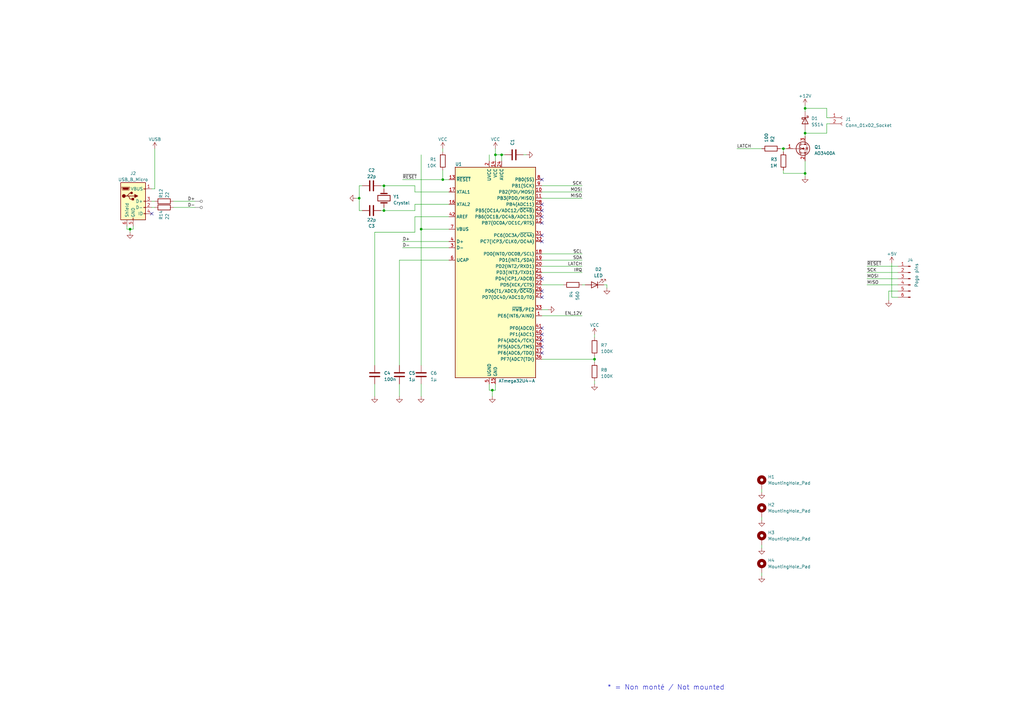
<source format=kicad_sch>
(kicad_sch (version 20231120) (generator "eeschema") (generator_version "8.0")
  (paper "A3")
  (title_block (title "Serrure NFC") (date "2023-03-31") (rev "A") (company "Tesseract"))
  (lib_symbols
    (symbol "Connector:Conn_01x02_Socket" (pin_names (offset 1.016) hide)
      (property "Reference" "J" (at 0 2.54 0))
      (property "Value" "Conn_01x02_Socket" (at 0 -5.08 0))
      (symbol "Conn_01x02_Socket_1_1"
        (pin passive line (at -5.08 0 0) (length 3.81) (name "Pin_1") (number "1"))
        (pin passive line (at -5.08 -2.54 0) (length 3.81) (name "Pin_2") (number "2"))
      )
    )
    (symbol "Connector:Conn_01x06_Pin" (pin_names (offset 1.016) hide)
      (property "Reference" "J" (at 0 7.62 0))
      (property "Value" "Conn_01x06_Pin" (at 0 -10.16 0))
      (symbol "Conn_01x06_Pin_1_1"
        (pin passive line (at 5.08 5.08 180) (length 3.81) (name "Pin_1") (number "1"))
        (pin passive line (at 5.08 2.54 180) (length 3.81) (name "Pin_2") (number "2"))
        (pin passive line (at 5.08 0 180) (length 3.81) (name "Pin_3") (number "3"))
        (pin passive line (at 5.08 -2.54 180) (length 3.81) (name "Pin_4") (number "4"))
        (pin passive line (at 5.08 -5.08 180) (length 3.81) (name "Pin_5") (number "5"))
        (pin passive line (at 5.08 -7.62 180) (length 3.81) (name "Pin_6") (number "6"))
      )
    )
    (symbol "Connector:USB_B_Micro" (pin_names (offset 1.016))
      (property "Reference" "J2" (at 0 11.43 0))
      (property "Value" "USB_B_Micro" (at 0 8.89 0))
      (symbol "USB_B_Micro_1_1"
        (pin power_out line (at 7.62 5.08 180) (length 2.54) (name "VBUS") (number "1"))
        (pin bidirectional line (at 7.62 -2.54 180) (length 2.54) (name "D-") (number "2"))
        (pin bidirectional line (at 7.62 0 180) (length 2.54) (name "D+") (number "3"))
        (pin passive line (at 7.62 -5.08 180) (length 2.54) (name "ID") (number "4"))
        (pin power_out line (at 0 -10.16 90) (length 2.54) (name "GND") (number "5"))
        (pin passive line (at -2.54 -10.16 90) (length 2.54) (name "Shield") (number "6"))
      )
    )
    (symbol "Device:C" (pin_numbers hide) (pin_names (offset 0.254))
      (property "Reference" "C" (at 0.635 2.54 0))
      (property "Value" "C" (at 0.635 -2.54 0))
      (symbol "C_1_1"
        (pin passive line (at 0 3.81 270) (length 2.794) (name "~") (number "1"))
        (pin passive line (at 0 -3.81 90) (length 2.794) (name "~") (number "2"))
      )
    )
    (symbol "Device:Crystal" (pin_numbers hide) (pin_names (offset 1.016) hide)
      (property "Reference" "Y" (at 0 3.81 0))
      (property "Value" "Crystal" (at 0 -3.81 0))
      (symbol "Crystal_1_1"
        (pin passive line (at -3.81 0 0) (length 1.27) (name "1") (number "1"))
        (pin passive line (at 3.81 0 180) (length 1.27) (name "2") (number "2"))
      )
    )
    (symbol "Device:D_Zener" (pin_numbers hide) (pin_names (offset 1.016) hide)
      (property "Reference" "D" (at 0 2.54 0))
      (property "Value" "D_Zener" (at 0 -2.54 0))
      (symbol "D_Zener_1_1"
        (pin passive line (at -3.81 0 0) (length 2.54) (name "K") (number "1"))
        (pin passive line (at 3.81 0 180) (length 2.54) (name "A") (number "2"))
      )
    )
    (symbol "Device:L" (pin_numbers hide) (pin_names (offset 1.016) hide)
      (property "Reference" "L" (at -1.27 0 90))
      (property "Value" "L" (at 1.905 0 90))
      (symbol "L_1_1"
        (pin passive line (at 0 3.81 270) (length 1.27) (name "1") (number "1"))
        (pin passive line (at 0 -3.81 90) (length 1.27) (name "2") (number "2"))
      )
    )
    (symbol "Device:LED" (pin_numbers hide) (pin_names (offset 1.016) hide)
      (property "Reference" "D" (at 0 2.54 0))
      (property "Value" "LED" (at 0 -2.54 0))
      (symbol "LED_1_1"
        (pin passive line (at -3.81 0 0) (length 2.54) (name "K") (number "1"))
        (pin passive line (at 3.81 0 180) (length 2.54) (name "A") (number "2"))
      )
    )
    (symbol "Device:R" (pin_numbers hide) (pin_names (offset 0))
      (property "Reference" "R" (at 2.032 0 90))
      (property "Value" "R" (at 0 0 90))
      (symbol "R_1_1"
        (pin passive line (at 0 3.81 270) (length 1.27) (name "~") (number "1"))
        (pin passive line (at 0 -3.81 90) (length 1.27) (name "~") (number "2"))
      )
    )
    (symbol "Mechanical:MountingHole_Pad" (pin_numbers hide) (pin_names (offset 1.016) hide)
      (property "Reference" "H" (at 0 6.35 0))
      (property "Value" "MountingHole_Pad" (at 0 4.445 0))
      (symbol "MountingHole_Pad_1_1"
        (pin input line (at 0 -2.54 90) (length 2.54) (name "1") (number "1"))
      )
    )
    (symbol "Regulator_Switching:MT3608"
      (property "Reference" "U" (at -2.54 8.89 0))
      (property "Value" "MT3608" (at -3.81 6.35 0))
      (symbol "MT3608_1_1"
        (pin passive line (at 7.62 2.54 180) (length 2.54) (name "SW") (number "1"))
        (pin power_in line (at 0 -7.62 90) (length 2.54) (name "GND") (number "2"))
        (pin input line (at 7.62 -2.54 180) (length 2.54) (name "FB") (number "3"))
        (pin input line (at -7.62 -2.54 0) (length 2.54) (name "EN") (number "4"))
        (pin power_in line (at -7.62 2.54 0) (length 2.54) (name "IN") (number "5"))
        (pin no_connect line (at 5.08 0 180) (length 2.54) hide (name "NC") (number "6"))
      )
    )
    (symbol "Tesseract:18650_holder" (pin_numbers hide)
      (property "Reference" "B" (at 0 6.35 0))
      (property "Value" "18650" (at 0 3.81 0))
      (symbol "18650_holder_1_1"
        (pin bidirectional line (at 8.89 0 180) (length 2.54) (name "+") (number "1"))
        (pin bidirectional line (at -8.89 0 0) (length 2.54) (name "-") (number "2"))
      )
    )
    (symbol "Tesseract:ATmega32U4-A"
      (property "Reference" "U" (at -16.51 44.45 0))
      (property "Value" "ATmega32U4-A" (at 2.54 -44.45 0))
      (symbol "ATmega32U4-A_1_1"
        (pin bidirectional line (at 19.05 -17.78 180) (length 2.54) (name "PE6(INT6/AIN0)") (number "1"))
        (pin bidirectional line (at 19.05 33.02 180) (length 2.54) (name "PB2(PDI/MOSI)") (number "10"))
        (pin bidirectional line (at 19.05 30.48 180) (length 2.54) (name "PB3(PDO/MISO)") (number "11"))
        (pin bidirectional line (at 19.05 20.32 180) (length 2.54) (name "PB7(OC0A/OC1C/RTS)") (number "12"))
        (pin input line (at -19.05 38.1 0) (length 2.54) (name "~{RESET}") (number "13"))
        (pin power_in line (at 0 45.72 270) (length 2.54) (name "VCC") (number "14"))
        (pin power_in line (at 0 -45.72 90) (length 2.54) (name "GND") (number "15"))
        (pin output line (at -19.05 27.94 0) (length 2.54) (name "XTAL2") (number "16"))
        (pin input line (at -19.05 33.02 0) (length 2.54) (name "XTAL1") (number "17"))
        (pin bidirectional line (at 19.05 7.62 180) (length 2.54) (name "PD0(INT0/OC0B/SCL)") (number "18"))
        (pin bidirectional line (at 19.05 5.08 180) (length 2.54) (name "PD1(INT1/SDA)") (number "19"))
        (pin power_in line (at -2.54 45.72 270) (length 2.54) (name "UVCC") (number "2"))
        (pin bidirectional line (at 19.05 2.54 180) (length 2.54) (name "PD2(INT2/RXD1)") (number "20"))
        (pin bidirectional line (at 19.05 0 180) (length 2.54) (name "PD3(INT3/TXD1)") (number "21"))
        (pin bidirectional line (at 19.05 -5.08 180) (length 2.54) (name "PD5(XCK/CTS)") (number "22"))
        (pin passive line (at 0 -45.72 90) (length 2.54) hide (name "GND") (number "23"))
        (pin power_in line (at 2.54 45.72 270) (length 2.54) (name "AVCC") (number "24"))
        (pin bidirectional line (at 19.05 -2.54 180) (length 2.54) (name "PD4(ICP1/ADC8)") (number "25"))
        (pin bidirectional line (at 19.05 -7.62 180) (length 2.54) (name "PD6(T1/ADC9/~{OC4D})") (number "26"))
        (pin bidirectional line (at 19.05 -10.16 180) (length 2.54) (name "PD7(OC4D/ADC10/T0)") (number "27"))
        (pin bidirectional line (at 19.05 27.94 180) (length 2.54) (name "PB4(ADC11)") (number "28"))
        (pin bidirectional line (at 19.05 25.4 180) (length 2.54) (name "PB5(OC1A/ADC12/~{OC4B})") (number "29"))
        (pin bidirectional line (at -19.05 10.16 0) (length 2.54) (name "D-") (number "3"))
        (pin bidirectional line (at 19.05 22.86 180) (length 2.54) (name "PB6(OC1B/OC4B/ADC13)") (number "30"))
        (pin bidirectional line (at 19.05 15.24 180) (length 2.54) (name "PC6(OC3A/~{OC4A})") (number "31"))
        (pin bidirectional line (at 19.05 12.7 180) (length 2.54) (name "PC7(ICP3/CLK0/OC4A)") (number "32"))
        (pin bidirectional line (at 19.05 -15.24 180) (length 2.54) (name "~{HWB}/PE2") (number "33"))
        (pin passive line (at 0 45.72 270) (length 2.54) hide (name "VCC") (number "34"))
        (pin passive line (at 0 -45.72 90) (length 2.54) hide (name "GND") (number "35"))
        (pin bidirectional line (at 19.05 -35.56 180) (length 2.54) (name "PF7(ADC7(TDI)") (number "36"))
        (pin bidirectional line (at 19.05 -33.02 180) (length 2.54) (name "PF6(ADC6/TDO)") (number "37"))
        (pin bidirectional line (at 19.05 -30.48 180) (length 2.54) (name "PF5(ADC5/TMS)") (number "38"))
        (pin bidirectional line (at 19.05 -27.94 180) (length 2.54) (name "PF4(ADC4/TCK)") (number "39"))
        (pin bidirectional line (at -19.05 12.7 0) (length 2.54) (name "D+") (number "4"))
        (pin bidirectional line (at 19.05 -25.4 180) (length 2.54) (name "PF1(ADC1)") (number "40"))
        (pin bidirectional line (at 19.05 -22.86 180) (length 2.54) (name "PF0(ADC0)") (number "41"))
        (pin passive line (at -19.05 22.86 0) (length 2.54) (name "AREF") (number "42"))
        (pin passive line (at 0 -45.72 90) (length 2.54) hide (name "GND") (number "43"))
        (pin passive line (at 2.54 45.72 270) (length 2.54) hide (name "AVCC") (number "44"))
        (pin passive line (at -2.54 -45.72 90) (length 2.54) (name "UGND") (number "5"))
        (pin passive line (at -19.05 5.08 0) (length 2.54) (name "UCAP") (number "6"))
        (pin input line (at -19.05 17.78 0) (length 2.54) (name "VBUS") (number "7"))
        (pin bidirectional line (at 19.05 38.1 180) (length 2.54) (name "PB0(SS)") (number "8"))
        (pin bidirectional line (at 19.05 35.56 180) (length 2.54) (name "PB1(SCK)") (number "9"))
      )
    )
    (symbol "Tesseract:DW01"
      (property "Reference" "U" (at -5.08 6.35 0))
      (property "Value" "DW01" (at -3.81 -6.35 0))
      (symbol "DW01_1_1"
        (pin output line (at 8.89 -3.81 180) (length 2.54) (name "OD") (number "1"))
        (pin input line (at 8.89 0 180) (length 2.54) (name "CS") (number "2"))
        (pin output line (at 8.89 3.81 180) (length 2.54) (name "OC") (number "3"))
        (pin output line (at -8.89 3.81 0) (length 2.54) (name "TD") (number "4"))
        (pin power_in line (at -8.89 0 0) (length 2.54) (name "VCC") (number "5"))
        (pin power_in line (at -8.89 -3.81 0) (length 2.54) (name "GND") (number "6"))
      )
    )
    (symbol "Tesseract:FS8205A" (pin_names hide)
      (property "Reference" "Q" (at 0 -2.54 0))
      (property "Value" "FS8502A" (at 0 -5.08 0))
      (symbol "FS8205A_1_1"
        (pin passive line (at -5.08 0 0) (length 2.54) (name "S1") (number "1"))
        (pin passive line (at 5.08 0 180) (length 2.54) (name "D1") (number "2"))
        (pin input line (at 0 5.08 270) (length 2.54) (name "G1") (number "6"))
      )
      (symbol "FS8205A_2_1"
        (pin passive line (at -5.08 0 0) (length 2.54) (name "S2") (number "3"))
        (pin input line (at 0 5.08 270) (length 2.54) (name "G2") (number "4"))
        (pin passive line (at 5.08 0 180) (length 2.54) (name "D2") (number "5"))
      )
    )
    (symbol "Tesseract:FS8205A_TSSOP8" (pin_names hide)
      (property "Reference" "Q" (at 0 -2.54 0))
      (property "Value" "FS8502A" (at 0 -5.08 0))
      (symbol "FS8205A_TSSOP8_1_1"
        (pin passive line (at 5.08 0 180) (length 2.54) (name "D12") (number "1"))
        (pin passive line (at -5.08 0 0) (length 2.54) (name "S1") (number "2"))
        (pin passive line (at -5.08 -2.54 0) (length 2.54) (name "S1") (number "3"))
        (pin input line (at 0 5.08 270) (length 2.54) (name "G1") (number "4"))
      )
      (symbol "FS8205A_TSSOP8_2_1"
        (pin input line (at 0 5.08 270) (length 2.54) (name "G2") (number "5"))
        (pin passive line (at -5.08 0 0) (length 2.54) (name "S2") (number "6"))
        (pin passive line (at -5.08 -2.54 0) (length 2.54) (name "S1") (number "7"))
        (pin passive line (at 5.08 0 180) (length 2.54) (name "D12") (number "8"))
      )
    )
    (symbol "Tesseract:SW_SPDT" (pin_names (offset 0) hide)
      (property "Reference" "SW" (at 0 6.35 0))
      (property "Value" "SW_SPDT" (at 0 5.08 0))
      (symbol "SW_SPDT_1_1"
        (pin passive line (at 5.08 2.54 180) (length 2.54) (name "A") (number "1"))
        (pin passive line (at -5.08 0 0) (length 2.54) (name "B") (number "2"))
        (pin passive line (at 5.08 -2.54 180) (length 2.54) (name "C") (number "3"))
        (pin passive line (at 0 -6.35 90) (length 2.54) (name "S") (number "4"))
        (pin passive line (at 0 -6.35 90) (length 2.54) hide (name "S") (number "5"))
      )
    )
    (symbol "Tesseract:Schottky_SS1x" (pin_numbers hide) (pin_names hide)
      (property "Reference" "D" (at 0 5.08 0))
      (property "Value" "SS1x" (at 0 2.54 0))
      (symbol "Schottky_SS1x_1_1"
        (pin passive line (at -3.81 0 0) (length 2.54) (name "K") (number "1"))
        (pin passive line (at 3.81 0 180) (length 2.54) (name "A") (number "2"))
      )
    )
    (symbol "Transistor_FET:AO3400A" (pin_names hide)
      (property "Reference" "Q" (at 5.08 1.905 0))
      (property "Value" "AO3400A" (at 5.08 0 0))
      (symbol "AO3400A_1_1"
        (pin input line (at -5.08 0 0) (length 2.54) (name "G") (number "1"))
        (pin passive line (at 2.54 -5.08 90) (length 2.54) (name "S") (number "2"))
        (pin passive line (at 2.54 5.08 270) (length 2.54) (name "D") (number "3"))
      )
    )
    (symbol "Transistor_FET:AO3401A" (pin_names hide)
      (property "Reference" "Q" (at 5.08 1.905 0))
      (property "Value" "AO3401A" (at 5.08 0 0))
      (symbol "AO3401A_1_1"
        (pin input line (at -5.08 0 0) (length 2.54) (name "G") (number "1"))
        (pin passive line (at 2.54 -5.08 90) (length 2.54) (name "S") (number "2"))
        (pin passive line (at 2.54 5.08 270) (length 2.54) (name "D") (number "3"))
      )
    )
    (symbol "power:+12V" (power) (pin_names (offset 0))
      (property "Value" "+12V" (at 0 3.556 0))
      (symbol "+12V_1_1"
        (pin power_in line (at 0 0 90) (length 0) hide (name "+12V") (number "1"))
      )
    )
    (symbol "power:+5V" (power) (pin_names (offset 0))
      (property "Value" "+5V" (at 0 3.556 0))
      (symbol "+5V_1_1"
        (pin power_in line (at 0 0 90) (length 0) hide (name "+5V") (number "1"))
      )
    )
    (symbol "power:GND" (power) (pin_names (offset 0))
      (property "Value" "GND" (at 0 -3.81 0))
      (symbol "GND_1_1"
        (pin power_in line (at 0 0 270) (length 0) hide (name "GND") (number "1"))
      )
    )
    (symbol "power:VCC" (power) (pin_names (offset 0))
      (property "Value" "VCC" (at 0 3.81 0))
      (symbol "VCC_1_1"
        (pin power_in line (at 0 0 90) (length 0) hide (name "VCC") (number "1"))
      )
    )
  )
  (junction (at 243.84 147.32))
  (junction (at 138.43 346.71))
  (junction (at 330.2 44.45))
  (junction (at 119.38 327.66))
  (junction (at 123.19 327.66))
  (junction (at 172.72 93.98))
  (junction (at 138.43 327.66))
  (junction (at 330.2 71.12))
  (junction (at 189.23 306.07))
  (junction (at 163.83 327.66))
  (junction (at 219.71 306.07))
  (junction (at 201.93 160.02))
  (junction (at 157.48 76.2))
  (junction (at 162.56 346.71))
  (junction (at 181.61 73.66))
  (junction (at 227.33 306.07))
  (junction (at 157.48 86.36))
  (junction (at 104.14 306.07))
  (junction (at 53.34 93.98))
  (junction (at 203.2 63.5))
  (junction (at 147.32 81.28))
  (junction (at 119.38 314.96))
  (junction (at 92.71 306.07))
  (junction (at 330.2 54.61))
  (junction (at 144.78 321.31))
  (junction (at 162.56 327.66))
  (junction (at 207.01 306.07))
  (junction (at 156.21 321.31))
  (junction (at 171.45 306.07))
  (junction (at 205.74 63.5))
  (junction (at 321.31 60.96))
  (junction (at 86.36 316.23))
  (junction (at 219.71 320.04))
  (no_connect (at 222.25 91.44))
  (no_connect (at 222.25 142.24))
  (no_connect (at 222.25 88.9))
  (no_connect (at 222.25 73.66))
  (no_connect (at 124.46 311.15))
  (no_connect (at 222.25 137.16))
  (no_connect (at 66.04 303.53))
  (no_connect (at 222.25 86.36))
  (no_connect (at 222.25 99.06))
  (no_connect (at 222.25 134.62))
  (no_connect (at 62.23 87.63))
  (no_connect (at 222.25 121.92))
  (no_connect (at 222.25 96.52))
  (no_connect (at 222.25 114.3))
  (no_connect (at 222.25 139.7))
  (no_connect (at 222.25 144.78))
  (no_connect (at 222.25 119.38))
  (no_connect (at 222.25 83.82))
  (wire (pts (xy 184.15 106.68) (xy 163.83 106.68)))
  (wire (pts (xy 240.03 116.84) (xy 238.76 116.84)))
  (wire (pts (xy 163.83 330.2) (xy 163.83 327.66)))
  (wire (pts (xy 162.56 346.71) (xy 161.29 346.71)))
  (wire (pts (xy 321.31 69.85) (xy 321.31 71.12)))
  (wire (pts (xy 219.71 321.31) (xy 219.71 320.04)))
  (wire (pts (xy 302.26 60.96) (xy 312.42 60.96)))
  (wire (pts (xy 190.5 320.04) (xy 181.61 320.04)))
  (wire (pts (xy 138.43 349.25) (xy 138.43 346.71)))
  (wire (pts (xy 339.09 48.26) (xy 340.36 48.26)))
  (wire (pts (xy 219.71 320.04) (xy 205.74 320.04)))
  (wire (pts (xy 172.72 157.48) (xy 172.72 162.56)))
  (wire (pts (xy 149.86 346.71) (xy 151.13 346.71)))
  (wire (pts (xy 163.83 314.96) (xy 163.83 327.66)))
  (wire (pts (xy 52.07 92.71) (xy 52.07 93.98)))
  (wire (pts (xy 138.43 327.66) (xy 138.43 346.71)))
  (wire (pts (xy 355.6 114.3) (xy 368.3 114.3)))
  (wire (pts (xy 203.2 60.96) (xy 203.2 63.5)))
  (wire (pts (xy 330.2 44.45) (xy 330.2 45.72)))
  (wire (pts (xy 200.66 157.48) (xy 200.66 160.02)))
  (wire (pts (xy 71.12 85.09) (xy 80.01 85.09)))
  (wire (pts (xy 181.61 60.96) (xy 181.61 62.23)))
  (wire (pts (xy 181.61 69.85) (xy 181.61 73.66)))
  (wire (pts (xy 203.2 63.5) (xy 203.2 66.04)))
  (wire (pts (xy 147.32 76.2) (xy 147.32 81.28)))
  (wire (pts (xy 171.45 313.69) (xy 171.45 306.07)))
  (wire (pts (xy 222.25 109.22) (xy 238.76 109.22)))
  (wire (pts (xy 71.12 313.69) (xy 71.12 312.42)))
  (wire (pts (xy 156.21 321.31) (xy 156.21 322.58)))
  (wire (pts (xy 200.66 63.5) (xy 200.66 66.04)))
  (wire (pts (xy 172.72 63.5) (xy 172.72 93.98)))
  (wire (pts (xy 147.32 81.28) (xy 147.32 86.36)))
  (wire (pts (xy 227.33 306.07) (xy 227.33 313.69)))
  (wire (pts (xy 312.42 236.22) (xy 312.42 234.95)))
  (wire (pts (xy 151.13 314.96) (xy 163.83 314.96)))
  (wire (pts (xy 165.1 101.6) (xy 184.15 101.6)))
  (wire (pts (xy 157.48 76.2) (xy 157.48 77.47)))
  (wire (pts (xy 148.59 334.01) (xy 148.59 321.31)))
  (wire (pts (xy 330.2 43.18) (xy 330.2 44.45)))
  (wire (pts (xy 339.09 50.8) (xy 340.36 50.8)))
  (wire (pts (xy 144.78 321.31) (xy 144.78 322.58)))
  (wire (pts (xy 355.6 111.76) (xy 368.3 111.76)))
  (wire (pts (xy 321.31 60.96) (xy 321.31 62.23)))
  (wire (pts (xy 203.2 157.48) (xy 203.2 160.02)))
  (wire (pts (xy 86.36 316.23) (xy 86.36 313.69)))
  (wire (pts (xy 215.9 306.07) (xy 219.71 306.07)))
  (wire (pts (xy 76.2 306.07) (xy 81.28 306.07)))
  (wire (pts (xy 157.48 86.36) (xy 170.18 86.36)))
  (wire (pts (xy 147.32 86.36) (xy 148.59 86.36)))
  (wire (pts (xy 330.2 44.45) (xy 339.09 44.45)))
  (wire (pts (xy 123.19 327.66) (xy 123.19 318.77)))
  (wire (pts (xy 86.36 326.39) (xy 86.36 327.66)))
  (wire (pts (xy 172.72 93.98) (xy 172.72 149.86)))
  (wire (pts (xy 312.42 213.36) (xy 312.42 212.09)))
  (wire (pts (xy 219.71 306.07) (xy 227.33 306.07)))
  (wire (pts (xy 86.36 327.66) (xy 119.38 327.66)))
  (wire (pts (xy 222.25 129.54) (xy 238.76 129.54)))
  (wire (pts (xy 119.38 327.66) (xy 123.19 327.66)))
  (wire (pts (xy 200.66 160.02) (xy 201.93 160.02)))
  (wire (pts (xy 171.45 304.8) (xy 171.45 306.07)))
  (wire (pts (xy 222.25 104.14) (xy 238.76 104.14)))
  (wire (pts (xy 312.42 224.79) (xy 312.42 223.52)))
  (wire (pts (xy 153.67 95.25) (xy 153.67 149.86)))
  (wire (pts (xy 165.1 99.06) (xy 184.15 99.06)))
  (wire (pts (xy 138.43 327.66) (xy 123.19 327.66)))
  (wire (pts (xy 194.31 306.07) (xy 189.23 306.07)))
  (wire (pts (xy 71.12 82.55) (xy 80.01 82.55)))
  (wire (pts (xy 207.01 314.96) (xy 207.01 306.07)))
  (wire (pts (xy 92.71 306.07) (xy 104.14 306.07)))
  (wire (pts (xy 201.93 306.07) (xy 207.01 306.07)))
  (wire (pts (xy 119.38 325.12) (xy 119.38 327.66)))
  (wire (pts (xy 339.09 48.26) (xy 339.09 44.45)))
  (wire (pts (xy 170.18 86.36) (xy 170.18 83.82)))
  (wire (pts (xy 321.31 71.12) (xy 330.2 71.12)))
  (wire (pts (xy 63.5 331.47) (xy 63.5 327.66)))
  (wire (pts (xy 243.84 147.32) (xy 243.84 148.59)))
  (wire (pts (xy 157.48 76.2) (xy 170.18 76.2)))
  (wire (pts (xy 104.14 306.07) (xy 171.45 306.07)))
  (wire (pts (xy 170.18 78.74) (xy 170.18 76.2)))
  (wire (pts (xy 248.92 116.84) (xy 248.92 118.11)))
  (wire (pts (xy 247.65 116.84) (xy 248.92 116.84)))
  (wire (pts (xy 201.93 160.02) (xy 201.93 162.56)))
  (wire (pts (xy 161.29 349.25) (xy 162.56 349.25)))
  (wire (pts (xy 156.21 76.2) (xy 157.48 76.2)))
  (wire (pts (xy 54.61 93.98) (xy 53.34 93.98)))
  (wire (pts (xy 105.41 314.96) (xy 104.14 314.96)))
  (wire (pts (xy 203.2 160.02) (xy 201.93 160.02)))
  (wire (pts (xy 222.25 106.68) (xy 238.76 106.68)))
  (wire (pts (xy 184.15 78.74) (xy 170.18 78.74)))
  (wire (pts (xy 149.86 327.66) (xy 151.13 327.66)))
  (wire (pts (xy 227.33 304.8) (xy 227.33 306.07)))
  (wire (pts (xy 153.67 162.56) (xy 153.67 157.48)))
  (wire (pts (xy 339.09 50.8) (xy 339.09 54.61)))
  (wire (pts (xy 205.74 63.5) (xy 203.2 63.5)))
  (wire (pts (xy 171.45 321.31) (xy 171.45 330.2)))
  (wire (pts (xy 92.71 306.07) (xy 92.71 307.34)))
  (wire (pts (xy 224.79 127) (xy 222.25 127)))
  (wire (pts (xy 92.71 314.96) (xy 92.71 316.23)))
  (wire (pts (xy 184.15 88.9) (xy 170.18 88.9)))
  (wire (pts (xy 365.76 121.92) (xy 368.3 121.92)))
  (wire (pts (xy 62.23 85.09) (xy 63.5 85.09)))
  (wire (pts (xy 219.71 328.93) (xy 219.71 330.2)))
  (wire (pts (xy 219.71 318.77) (xy 219.71 320.04)))
  (wire (pts (xy 138.43 346.71) (xy 139.7 346.71)))
  (wire (pts (xy 170.18 83.82) (xy 184.15 83.82)))
  (wire (pts (xy 62.23 82.55) (xy 63.5 82.55)))
  (wire (pts (xy 124.46 314.96) (xy 119.38 314.96)))
  (wire (pts (xy 320.04 60.96) (xy 321.31 60.96)))
  (wire (pts (xy 161.29 327.66) (xy 162.56 327.66)))
  (wire (pts (xy 139.7 327.66) (xy 138.43 327.66)))
  (wire (pts (xy 198.12 330.2) (xy 198.12 325.12)))
  (wire (pts (xy 52.07 93.98) (xy 53.34 93.98)))
  (wire (pts (xy 152.4 321.31) (xy 156.21 321.31)))
  (wire (pts (xy 222.25 78.74) (xy 238.76 78.74)))
  (wire (pts (xy 139.7 349.25) (xy 138.43 349.25)))
  (wire (pts (xy 171.45 306.07) (xy 189.23 306.07)))
  (wire (pts (xy 144.78 334.01) (xy 148.59 334.01)))
  (wire (pts (xy 86.36 316.23) (xy 92.71 316.23)))
  (wire (pts (xy 170.18 95.25) (xy 153.67 95.25)))
  (wire (pts (xy 355.6 116.84) (xy 368.3 116.84)))
  (wire (pts (xy 63.5 308.61) (xy 66.04 308.61)))
  (wire (pts (xy 162.56 327.66) (xy 162.56 346.71)))
  (wire (pts (xy 113.03 314.96) (xy 119.38 314.96)))
  (wire (pts (xy 243.84 137.16) (xy 243.84 138.43)))
  (wire (pts (xy 189.23 314.96) (xy 190.5 314.96)))
  (wire (pts (xy 364.49 119.38) (xy 364.49 123.19)))
  (wire (pts (xy 91.44 306.07) (xy 92.71 306.07)))
  (wire (pts (xy 123.19 318.77) (xy 124.46 318.77)))
  (wire (pts (xy 205.74 66.04) (xy 205.74 63.5)))
  (wire (pts (xy 243.84 146.05) (xy 243.84 147.32)))
  (wire (pts (xy 104.14 314.96) (xy 104.14 306.07)))
  (wire (pts (xy 146.05 81.28) (xy 147.32 81.28)))
  (wire (pts (xy 144.78 341.63) (xy 144.78 334.01)))
  (wire (pts (xy 368.3 119.38) (xy 364.49 119.38)))
  (wire (pts (xy 148.59 76.2) (xy 147.32 76.2)))
  (wire (pts (xy 163.83 106.68) (xy 163.83 149.86)))
  (wire (pts (xy 222.25 111.76) (xy 238.76 111.76)))
  (wire (pts (xy 330.2 54.61) (xy 330.2 55.88)))
  (wire (pts (xy 243.84 157.48) (xy 243.84 156.21)))
  (wire (pts (xy 152.4 321.31) (xy 152.4 335.28)))
  (wire (pts (xy 156.21 311.15) (xy 156.21 321.31)))
  (wire (pts (xy 142.24 311.15) (xy 156.21 311.15)))
  (wire (pts (xy 207.01 306.07) (xy 208.28 306.07)))
  (wire (pts (xy 330.2 66.04) (xy 330.2 71.12)))
  (wire (pts (xy 170.18 88.9) (xy 170.18 95.25)))
  (wire (pts (xy 53.34 93.98) (xy 53.34 95.25)))
  (wire (pts (xy 143.51 314.96) (xy 142.24 314.96)))
  (wire (pts (xy 355.6 109.22) (xy 368.3 109.22)))
  (wire (pts (xy 205.74 63.5) (xy 207.01 63.5)))
  (wire (pts (xy 157.48 86.36) (xy 157.48 85.09)))
  (wire (pts (xy 205.74 314.96) (xy 207.01 314.96)))
  (wire (pts (xy 142.24 318.77) (xy 144.78 318.77)))
  (wire (pts (xy 156.21 341.63) (xy 156.21 335.28)))
  (wire (pts (xy 227.33 321.31) (xy 227.33 330.2)))
  (wire (pts (xy 222.25 147.32) (xy 243.84 147.32)))
  (wire (pts (xy 330.2 54.61) (xy 339.09 54.61)))
  (wire (pts (xy 189.23 306.07) (xy 189.23 314.96)))
  (wire (pts (xy 156.21 86.36) (xy 157.48 86.36)))
  (wire (pts (xy 222.25 76.2) (xy 238.76 76.2)))
  (wire (pts (xy 54.61 92.71) (xy 54.61 93.98)))
  (wire (pts (xy 162.56 349.25) (xy 162.56 346.71)))
  (wire (pts (xy 330.2 71.12) (xy 330.2 72.39)))
  (wire (pts (xy 181.61 73.66) (xy 184.15 73.66)))
  (wire (pts (xy 165.1 73.66) (xy 181.61 73.66)))
  (wire (pts (xy 322.58 60.96) (xy 321.31 60.96)))
  (wire (pts (xy 156.21 335.28) (xy 152.4 335.28)))
  (wire (pts (xy 312.42 201.93) (xy 312.42 200.66)))
  (wire (pts (xy 365.76 107.95) (xy 365.76 121.92)))
  (wire (pts (xy 144.78 318.77) (xy 144.78 321.31)))
  (wire (pts (xy 63.5 60.96) (xy 63.5 77.47)))
  (wire (pts (xy 163.83 162.56) (xy 163.83 157.48)))
  (wire (pts (xy 119.38 314.96) (xy 119.38 317.5)))
  (wire (pts (xy 172.72 93.98) (xy 184.15 93.98)))
  (wire (pts (xy 222.25 81.28) (xy 238.76 81.28)))
  (wire (pts (xy 148.59 321.31) (xy 144.78 321.31)))
  (wire (pts (xy 219.71 306.07) (xy 219.71 311.15)))
  (wire (pts (xy 162.56 327.66) (xy 163.83 327.66)))
  (wire (pts (xy 63.5 308.61) (xy 63.5 309.88)))
  (wire (pts (xy 222.25 116.84) (xy 231.14 116.84)))
  (wire (pts (xy 63.5 77.47) (xy 62.23 77.47)))
  (wire (pts (xy 86.36 316.23) (xy 86.36 318.77)))
  (wire (pts (xy 215.9 63.5) (xy 214.63 63.5)))
  (wire (pts (xy 330.2 53.34) (xy 330.2 54.61)))
  (text "400mA max\n" (at 231.14 302.26 0) (effects (font (size 1.27 1.27)) (justify left bottom)))
  (text "Vout = 0,6*(1+(R2/R3))\nVout = 11.31V" (at 209.55 341.63 0) (effects (font (size 1.27 1.27)) (justify left bottom)))
  (text "* = Non monté / Not mounted" (at 297.18 283.21 0) (effects (font (size 2 2)) (justify right bottom)))
  (label "EN_12V" (at 238.76 129.54 180))
  (label "D-" (at 80.01 85.09 180))
  (label "D-" (at 165.1 101.6 0))
  (label "MOSI" (at 355.6 114.3 0))
  (label "LATCH" (at 238.76 109.22 180))
  (label "EN_12V" (at 181.61 320.04 0))
  (label "SCK" (at 355.6 111.76 0))
  (label "MOSI" (at 238.76 78.74 180))
  (label "MISO" (at 238.76 81.28 180))
  (label "SDA" (at 238.76 106.68 180))
  (label "~{RESET}" (at 355.6 109.22 0))
  (label "D+" (at 80.01 82.55 180))
  (label "MISO" (at 355.6 116.84 0))
  (label "LATCH" (at 302.26 60.96 0))
  (label "~{RESET}" (at 165.1 73.66 0))
  (label "SCL" (at 238.76 104.14 180))
  (label "IRQ" (at 238.76 111.76 180))
  (label "D+" (at 165.1 99.06 0))
  (label "SCK" (at 238.76 76.2 180))
  (netclass_flag "" (length 2.54) (shape round) (at 80.01 85.09 270))
  (netclass_flag "" (length 2.54) (shape round) (at 80.01 82.55 270))
  (symbol (lib_id "Device:C") (at 119.38 321.31 0) (mirror y) (unit 1)
    (property "Reference" "C9" (at 115.57 320.675 0) (effects (justify left)))
    (property "Value" "22µ" (at 115.57 323.215 0) (effects (justify left)))
    (property "Footprint" "Capacitor_SMD:C_1206_3216Metric" (effects (hide yes)))
  )
  (symbol (lib_id "Device:C") (at 172.72 153.67 0) (unit 1)
    (property "Reference" "C6" (at 176.53 153.035 0) (effects (justify left)))
    (property "Value" "1µ" (at 176.53 155.575 0) (effects (justify left)))
    (property "Footprint" "Capacitor_SMD:C_1206_3216Metric" (effects (hide yes)))
  )
  (symbol (lib_id "Device:L") (at 198.12 306.07 90) (unit 1)
    (property "Reference" "L1" (at 198.12 300.99 90))
    (property "Value" "22µ" (at 198.12 303.53 90))
    (property "Footprint" "TESSERACT:L_06030_7.3x_H3.5" (effects (hide yes)))
  )
  (symbol (lib_id "Transistor_FET:AO3400A") (at 327.66 60.96 0) (unit 1)
    (property "Reference" "Q1" (at 334.01 60.325 0) (effects (justify left)))
    (property "Value" "AO3400A" (at 334.01 62.865 0) (effects (justify left)))
    (property "Footprint" "Package_TO_SOT_SMD:SOT-23" (effects (hide yes)))
    (property "Datasheet" "http://www.aosmd.com/pdfs/datasheet/AO3400A.pdf" (effects (hide yes)))
  )
  (symbol (lib_id "Device:R") (at 234.95 116.84 90) (mirror x) (unit 1)
    (property "Reference" "R4" (at 234.315 119.38 0) (effects (justify left)))
    (property "Value" "560" (at 236.855 119.38 0) (effects (justify left)))
    (property "Footprint" "Resistor_SMD:R_1206_3216Metric" (effects (hide yes)))
  )
  (symbol (lib_id "Tesseract:FS8205A") (at 144.78 327.66 0) (unit 1)
    (property "Reference" "Q4" (at 144.78 331.47 0))
    (property "Value" "FS8502A" (at 144.78 334.01 0))
    (property "Footprint" "Package_SO:TSOP-6_1.65x3.05mm_P0.95mm" (effects (hide yes)))
    (property "Datasheet" "https://datasheet.lcsc.com/szlcsc/2010271837_FUXINSEMI-FS8205A_C908265.pdf" (effects (hide yes)))
  )
  (symbol (lib_id "Tesseract:Schottky_SS1x") (at 212.09 306.07 180) (unit 1)
    (property "Reference" "D3" (at 212.4075 300.99 0))
    (property "Value" "SS14" (at 212.4075 303.53 0))
    (property "Footprint" "Diode_SMD:D_SMA" (effects (hide yes)))
    (property "Datasheet" "https://www.mouser.fr/datasheet/2/308/SS19_D-1814846.pdf" (effects (hide yes)))
  )
  (symbol (lib_id "Tesseract:SW_SPDT") (at 71.12 306.07 0) (mirror y) (unit 1)
    (property "Reference" "SW1" (at 71.12 298.45 0))
    (property "Value" "SW_SPDT" (at 71.12 300.99 0))
    (property "Footprint" "TESSERACT:switch_slider_90deg" (effects (hide yes)))
  )
  (symbol (lib_id "power:GND") (at 243.84 157.48 0) (unit 1)
    (property "Reference" "#PWR019" (effects (hide yes)))
    (property "Value" "GND" (effects (hide yes)))
  )
  (symbol (lib_id "Tesseract:FS8205A_TSSOP8") (at 144.78 346.71 0) (unit 1)
    (property "Reference" "Q3" (at 144.78 350.52 0))
    (property "Value" "FS8205A" (at 144.78 353.06 0))
    (property "Footprint" "Package_SO:TSSOP-8_4.4x3mm_P0.65mm" (effects (hide yes)))
    (property "Datasheet" "https://datasheet.lcsc.com/szlcsc/2010271837_FUXINSEMI-FS8205A_C908265.pdf" (effects (hide yes)))
  )
  (symbol (lib_id "power:VCC") (at 171.45 304.8 0) (unit 1)
    (property "Reference" "#PWR026" (effects (hide yes)))
    (property "Value" "VCC" (at 171.45 300.99 0))
  )
  (symbol (lib_id "power:VCC") (at 203.2 60.96 0) (unit 1)
    (property "Reference" "#PWR02" (effects (hide yes)))
    (property "Value" "VCC" (at 203.2 57.15 0))
  )
  (symbol (lib_id "Device:C") (at 227.33 317.5 0) (unit 1)
    (property "Reference" "C8" (at 231.14 316.865 0) (effects (justify left)))
    (property "Value" "22µ" (at 231.14 319.405 0) (effects (justify left)))
    (property "Footprint" "Capacitor_SMD:C_1206_3216Metric" (effects (hide yes)))
  )
  (symbol (lib_id "Tesseract:ATmega32U4-A") (at 203.2 111.76 0) (unit 1)
    (property "Reference" "U1" (at 186.69 67.31 0) (effects (justify left)))
    (property "Value" "ATmega32U4-A" (at 204.47 156.21 0) (effects (justify left)))
    (property "Footprint" "Package_QFP:TQFP-44_10x10mm_P0.8mm" (effects (hide yes)))
    (property "Datasheet" "http://ww1.microchip.com/downloads/en/DeviceDoc/Atmel-7766-8-bit-AVR-ATmega16U4-32U4_Datasheet.pdf" (effects (hide yes)))
  )
  (symbol (lib_id "Tesseract:DW01") (at 133.35 314.96 0) (unit 1)
    (property "Reference" "U2" (at 133.35 308.61 0))
    (property "Value" "DW01" (at 133.35 321.31 0))
    (property "Footprint" "Package_SO:TSOP-6_1.65x3.05mm_P0.95mm" (effects (hide yes)))
    (property "Datasheet" "https://cdn.sparkfun.com/assets/learn_tutorials/2/5/1/DW01-P_DataSheet_V10.pdf" (effects (hide yes)))
  )
  (symbol (lib_id "power:GND") (at 198.12 330.2 0) (unit 1)
    (property "Reference" "#PWR030" (effects (hide yes)))
    (property "Value" "GND" (effects (hide yes)))
  )
  (symbol (lib_id "power:GND") (at 312.42 213.36 0) (unit 1)
    (property "Reference" "#PWR033" (effects (hide yes)))
    (property "Value" "GND" (effects (hide yes)))
  )
  (symbol (lib_id "Tesseract:FS8205A_TSSOP8") (at 156.21 346.71 0) (mirror y) (unit 2)
    (property "Reference" "Q3" (at 156.21 350.52 0))
    (property "Value" "FS8205A" (at 156.21 353.06 0))
    (property "Footprint" "Package_TO_SOT_SMD:SOT-23-6_Handsoldering" (effects (hide yes)))
    (property "Datasheet" "https://datasheet.lcsc.com/szlcsc/2010271837_FUXINSEMI-FS8205A_C908265.pdf" (effects (hide yes)))
  )
  (symbol (lib_id "power:GND") (at 364.49 123.19 0) (unit 1)
    (property "Reference" "#PWR020" (effects (hide yes)))
    (property "Value" "GND" (effects (hide yes)))
  )
  (symbol (lib_id "power:GND") (at 153.67 162.56 0) (unit 1)
    (property "Reference" "#PWR021" (effects (hide yes)))
    (property "Value" "GND" (effects (hide yes)))
  )
  (symbol (lib_id "power:GND") (at 146.05 81.28 270) (unit 1)
    (property "Reference" "#PWR07" (effects (hide yes)))
    (property "Value" "GND" (effects (hide yes)))
  )
  (symbol (lib_id "power:GND") (at 53.34 95.25 0) (unit 1)
    (property "Reference" "#PWR013" (effects (hide yes)))
    (property "Value" "GND" (effects (hide yes)))
  )
  (symbol (lib_id "Device:R") (at 109.22 314.96 90) (mirror x) (unit 1)
    (property "Reference" "R9" (at 108.585 317.5 0) (effects (justify left)))
    (property "Value" "100" (at 111.125 317.5 0) (effects (justify left)))
    (property "Footprint" "Resistor_SMD:R_1206_3216Metric" (effects (hide yes)))
  )
  (symbol (lib_id "Device:C") (at 163.83 153.67 0) (unit 1)
    (property "Reference" "C5" (at 167.64 153.035 0) (effects (justify left)))
    (property "Value" "1µ" (at 167.64 155.575 0) (effects (justify left)))
    (property "Footprint" "Capacitor_SMD:C_1206_3216Metric" (effects (hide yes)))
  )
  (symbol (lib_id "power:+5V") (at 365.76 107.95 0) (unit 1)
    (property "Reference" "#PWR017" (effects (hide yes)))
    (property "Value" "+5V" (at 365.76 104.14 0))
  )
  (symbol (lib_id "Tesseract:18650_holder") (at 63.5 318.77 90) (unit 1)
    (property "Reference" "B1" (at 67.31 318.135 90) (effects (justify right)))
    (property "Value" "18650" (at 67.31 320.675 90) (effects (justify right)))
    (property "Footprint" "TESSERACT:18650_Th_Holder" (effects (hide yes)))
    (property "Datasheet" "https://www.aliexpress.com/item/33038284120.html" (effects (hide yes)))
  )
  (symbol (lib_id "Device:Crystal") (at 157.48 81.28 90) (unit 1)
    (property "Reference" "Y1" (at 161.29 80.645 90) (effects (justify right)))
    (property "Value" "Crystal" (at 161.29 83.185 90) (effects (justify right)))
    (property "Footprint" "Crystal:Crystal_SMD_HC49-SD" (effects (hide yes)))
  )
  (symbol (lib_id "power:GND") (at 312.42 201.93 0) (unit 1)
    (property "Reference" "#PWR025" (effects (hide yes)))
    (property "Value" "GND" (effects (hide yes)))
  )
  (symbol (lib_id "Device:R") (at 181.61 66.04 0) (mirror y) (unit 1)
    (property "Reference" "R1" (at 179.07 65.405 0) (effects (justify left)))
    (property "Value" "10K" (at 179.07 67.945 0) (effects (justify left)))
    (property "Footprint" "Resistor_SMD:R_1206_3216Metric" (effects (hide yes)))
  )
  (symbol (lib_id "power:GND") (at 172.72 162.56 0) (unit 1)
    (property "Reference" "#PWR023" (effects (hide yes)))
    (property "Value" "GND" (effects (hide yes)))
  )
  (symbol (lib_id "Device:C") (at 153.67 153.67 0) (unit 1)
    (property "Reference" "C4" (at 157.48 153.035 0) (effects (justify left)))
    (property "Value" "100n" (at 157.48 155.575 0) (effects (justify left)))
    (property "Footprint" "Capacitor_SMD:C_1206_3216Metric" (effects (hide yes)))
  )
  (symbol (lib_id "power:GND") (at 163.83 162.56 0) (unit 1)
    (property "Reference" "#PWR022" (effects (hide yes)))
    (property "Value" "GND" (effects (hide yes)))
  )
  (symbol (lib_id "power:GND") (at 312.42 236.22 0) (unit 1)
    (property "Reference" "#PWR035" (effects (hide yes)))
    (property "Value" "GND" (effects (hide yes)))
  )
  (symbol (lib_id "power:GND") (at 171.45 330.2 0) (unit 1)
    (property "Reference" "#PWR029" (effects (hide yes)))
    (property "Value" "GND" (effects (hide yes)))
  )
  (symbol (lib_id "Device:R") (at 316.23 60.96 270) (mirror x) (unit 1)
    (property "Reference" "R2" (at 316.865 58.42 0) (effects (justify left)))
    (property "Value" "100" (at 314.325 58.42 0) (effects (justify left)))
    (property "Footprint" "Resistor_SMD:R_1206_3216Metric" (effects (hide yes)))
  )
  (symbol (lib_id "power:GND") (at 63.5 331.47 0) (unit 1)
    (property "Reference" "#PWR036" (effects (hide yes)))
    (property "Value" "GND" (effects (hide yes)))
  )
  (symbol (lib_id "Mechanical:MountingHole_Pad") (at 312.42 232.41 0) (unit 1)
    (property "Reference" "H4" (at 314.96 229.87 0) (effects (justify left)))
    (property "Value" "MountingHole_Pad" (at 314.96 232.41 0) (effects (justify left)))
    (property "Footprint" "MountingHole:MountingHole_3.2mm_M3_Pad_TopBottom" (effects (hide yes)))
  )
  (symbol (lib_id "power:GND") (at 215.9 63.5 90) (unit 1)
    (property "Reference" "#PWR05" (effects (hide yes)))
    (property "Value" "GND" (effects (hide yes)))
  )
  (symbol (lib_id "Device:R") (at 86.36 322.58 0) (unit 1)
    (property "Reference" "R13" (at 88.9 321.945 0) (effects (justify left)))
    (property "Value" "100K" (at 88.9 324.485 0) (effects (justify left)))
    (property "Footprint" "Resistor_SMD:R_1206_3216Metric" (effects (hide yes)))
  )
  (symbol (lib_id "power:GND") (at 219.71 330.2 0) (unit 1)
    (property "Reference" "#PWR031" (effects (hide yes)))
    (property "Value" "GND" (effects (hide yes)))
  )
  (symbol (lib_id "power:+12V") (at 330.2 43.18 0) (unit 1)
    (property "Reference" "#PWR06" (effects (hide yes)))
    (property "Value" "+12V" (at 330.2 39.37 0))
  )
  (symbol (lib_id "Device:C") (at 152.4 86.36 90) (mirror x) (unit 1)
    (property "Reference" "C3" (at 152.4 92.71 90))
    (property "Value" "22p" (at 152.4 90.17 90))
    (property "Footprint" "Capacitor_SMD:C_1206_3216Metric" (effects (hide yes)))
  )
  (symbol (lib_id "Device:R") (at 243.84 152.4 0) (unit 1)
    (property "Reference" "R8" (at 246.38 151.765 0) (effects (justify left)))
    (property "Value" "100K" (at 246.38 154.305 0) (effects (justify left)))
    (property "Footprint" "Resistor_SMD:R_1206_3216Metric" (effects (hide yes)))
  )
  (symbol (lib_id "Device:R") (at 321.31 66.04 0) (mirror y) (unit 1)
    (property "Reference" "R3" (at 318.77 65.405 0) (effects (justify left)))
    (property "Value" "1M" (at 318.77 67.945 0) (effects (justify left)))
    (property "Footprint" "Resistor_SMD:R_1206_3216Metric" (effects (hide yes)))
  )
  (symbol (lib_id "Device:R") (at 67.31 85.09 90) (unit 1)
    (property "Reference" "R14" (at 66.04 90.17 0) (effects (justify left)))
    (property "Value" "22" (at 68.58 90.17 0) (effects (justify left)))
    (property "Footprint" "Resistor_SMD:R_1206_3216Metric" (effects (hide yes)))
  )
  (symbol (lib_id "Device:R") (at 219.71 325.12 0) (mirror y) (unit 1)
    (property "Reference" "R15" (at 217.17 324.485 0) (effects (justify left)))
    (property "Value" "560" (at 217.17 327.025 0) (effects (justify left)))
    (property "Footprint" "Resistor_SMD:R_1206_3216Metric" (effects (hide yes)))
  )
  (symbol (lib_id "power:GND") (at 163.83 330.2 0) (unit 1)
    (property "Reference" "#PWR028" (effects (hide yes)))
    (property "Value" "GND" (effects (hide yes)))
  )
  (symbol (lib_id "Device:C") (at 171.45 317.5 0) (unit 1)
    (property "Reference" "C7" (at 175.26 316.865 0) (effects (justify left)))
    (property "Value" "22µ" (at 175.26 319.405 0) (effects (justify left)))
    (property "Footprint" "Capacitor_SMD:C_1206_3216Metric" (effects (hide yes)))
  )
  (symbol (lib_id "Regulator_Switching:MT3608") (at 198.12 317.5 0) (unit 1)
    (property "Reference" "U3" (at 198.12 308.61 0))
    (property "Value" "MT3608" (at 198.12 311.15 0))
    (property "Footprint" "Package_TO_SOT_SMD:SOT-23-6" (effects (hide yes)))
    (property "Datasheet" "https://www.olimex.com/Products/Breadboarding/BB-PWR-3608/resources/MT3608.pdf" (effects (hide yes)))
  )
  (symbol (lib_id "Connector:Conn_01x02_Socket") (at 345.44 48.26 0) (unit 1)
    (property "Reference" "J1" (at 346.71 48.895 0) (effects (justify left)))
    (property "Value" "Conn_01x02_Socket" (at 346.71 51.435 0) (effects (justify left)))
    (property "Footprint" "Connector_JST:JST_PH_B2B-PH-K_1x02_P2.00mm_Vertical" (effects (hide yes)))
  )
  (symbol (lib_id "power:+12V") (at 227.33 304.8 0) (unit 1)
    (property "Reference" "#PWR027" (effects (hide yes)))
    (property "Value" "+12V" (at 227.33 300.99 0))
  )
  (symbol (lib_id "power:GND") (at 227.33 330.2 0) (unit 1)
    (property "Reference" "#PWR032" (effects (hide yes)))
    (property "Value" "GND" (effects (hide yes)))
  )
  (symbol (lib_id "Connector:Conn_01x06_Pin") (at 373.38 114.3 0) (mirror y) (unit 1)
    (property "Reference" "J4" (at 372.11 106.68 0) (effects (justify right)))
    (property "Value" "Pogo pins" (at 375.92 107.95 90) (effects (justify right)))
    (property "Footprint" "TESSERACT:ISP_Pogo_Pins_embase" (effects (hide yes)))
  )
  (symbol (lib_id "power:GND") (at 330.2 72.39 0) (unit 1)
    (property "Reference" "#PWR09" (effects (hide yes)))
    (property "Value" "GND" (effects (hide yes)))
  )
  (symbol (lib_id "Device:R") (at 219.71 314.96 0) (mirror y) (unit 1)
    (property "Reference" "R11" (at 217.17 314.325 0) (effects (justify left)))
    (property "Value" "10K" (at 217.17 316.865 0) (effects (justify left)))
    (property "Footprint" "Resistor_SMD:R_1206_3216Metric" (effects (hide yes)))
  )
  (symbol (lib_id "Device:R") (at 147.32 314.96 90) (mirror x) (unit 1)
    (property "Reference" "R10" (at 146.685 317.5 0) (effects (justify left)))
    (property "Value" "10K" (at 149.225 317.5 0) (effects (justify left)))
    (property "Footprint" "Resistor_SMD:R_1206_3216Metric" (effects (hide yes)))
  )
  (symbol (lib_id "power:VCC") (at 181.61 60.96 0) (unit 1)
    (property "Reference" "#PWR01" (effects (hide yes)))
    (property "Value" "VCC" (at 181.61 57.15 0))
  )
  (symbol (lib_id "Mechanical:MountingHole_Pad") (at 312.42 220.98 0) (unit 1)
    (property "Reference" "H3" (at 314.96 218.44 0) (effects (justify left)))
    (property "Value" "MountingHole_Pad" (at 314.96 220.98 0) (effects (justify left)))
    (property "Footprint" "MountingHole:MountingHole_3.2mm_M3_Pad_TopBottom" (effects (hide yes)))
  )
  (symbol (lib_id "power:VCC") (at 243.84 137.16 0) (unit 1)
    (property "Reference" "#PWR014" (effects (hide yes)))
    (property "Value" "VCC" (at 243.84 133.35 0))
  )
  (symbol (lib_id "Device:D_Zener") (at 92.71 311.15 270) (unit 1)
    (property "Reference" "D4" (at 95.25 310.515 90) (effects (justify left)))
    (property "Value" "D_Zener" (at 95.25 313.055 90) (effects (justify left)))
    (property "Footprint" "Diode_SMD:D_SOD-123" (effects (hide yes)))
  )
  (symbol (lib_id "Tesseract:FS8205A") (at 156.21 327.66 0) (mirror y) (unit 2)
    (property "Reference" "Q4" (at 156.21 331.47 0))
    (property "Value" "FS8502A" (at 156.21 334.01 0))
    (property "Footprint" "Package_SO:TSOP-6_1.65x3.05mm_P0.95mm" (effects (hide yes)))
    (property "Datasheet" "https://datasheet.lcsc.com/szlcsc/2010271837_FUXINSEMI-FS8205A_C908265.pdf" (effects (hide yes)))
  )
  (symbol (lib_id "power:GND") (at 224.79 127 90) (unit 1)
    (property "Reference" "#PWR015" (effects (hide yes)))
    (property "Value" "GND" (effects (hide yes)))
  )
  (symbol (lib_id "Mechanical:MountingHole_Pad") (at 312.42 209.55 0) (unit 1)
    (property "Reference" "H2" (at 314.96 207.01 0) (effects (justify left)))
    (property "Value" "MountingHole_Pad" (at 314.96 209.55 0) (effects (justify left)))
    (property "Footprint" "MountingHole:MountingHole_3.2mm_M3_Pad_TopBottom" (effects (hide yes)))
  )
  (symbol (lib_id "power:GND") (at 312.42 224.79 0) (unit 1)
    (property "Reference" "#PWR034" (effects (hide yes)))
    (property "Value" "GND" (effects (hide yes)))
  )
  (symbol (lib_id "power:GND") (at 71.12 313.69 0) (unit 1)
    (property "Reference" "#PWR037" (effects (hide yes)))
    (property "Value" "GND" (effects (hide yes)))
  )
  (symbol (lib_id "power:GND") (at 248.92 118.11 0) (unit 1)
    (property "Reference" "#PWR08" (effects (hide yes)))
    (property "Value" "GND" (effects (hide yes)))
  )
  (symbol (lib_id "Connector:USB_B_Micro") (at 54.61 82.55 0) (unit 1)
    (property "Reference" "J2" (at 54.61 71.12 0))
    (property "Value" "USB_B_Micro" (at 54.61 73.66 0))
    (property "Footprint" "TESSERACT:USB-micro_shield_4pins" (effects (hide yes)))
  )
  (symbol (lib_id "Device:C") (at 152.4 76.2 90) (unit 1)
    (property "Reference" "C2" (at 152.4 69.85 90))
    (property "Value" "22p" (at 152.4 72.39 90))
    (property "Footprint" "Capacitor_SMD:C_1206_3216Metric" (effects (hide yes)))
  )
  (symbol (lib_id "Device:R") (at 67.31 82.55 90) (unit 1)
    (property "Reference" "R12" (at 66.04 81.28 0) (effects (justify left)))
    (property "Value" "22" (at 68.58 81.28 0) (effects (justify left)))
    (property "Footprint" "Resistor_SMD:R_1206_3216Metric" (effects (hide yes)))
  )
  (symbol (lib_id "Device:LED") (at 243.84 116.84 180) (unit 1)
    (property "Reference" "D2" (at 245.4275 110.49 0))
    (property "Value" "LED" (at 245.4275 113.03 0))
    (property "Footprint" "LED_THT:LED_D3.0mm_FlatTop" (effects (hide yes)))
  )
  (symbol (lib_id "Mechanical:MountingHole_Pad") (at 312.42 198.12 0) (unit 1)
    (property "Reference" "H1" (at 314.96 195.58 0) (effects (justify left)))
    (property "Value" "MountingHole_Pad" (at 314.96 198.12 0) (effects (justify left)))
    (property "Footprint" "MountingHole:MountingHole_3.2mm_M3_Pad_TopBottom" (effects (hide yes)))
  )
  (symbol (lib_id "power:+5V") (at 63.5 60.96 0) (unit 1)
    (property "Reference" "#PWR010" (effects (hide yes)))
    (property "Value" "VUSB" (at 63.5 57.15 0))
  )
  (symbol (lib_id "Transistor_FET:AO3401A") (at 86.36 308.61 90) (unit 1)
    (property "Reference" "Q2" (at 86.36 299.72 90))
    (property "Value" "AO3401A" (at 86.36 302.26 90))
    (property "Footprint" "Package_TO_SOT_SMD:SOT-23" (effects (hide yes)))
    (property "Datasheet" "http://www.aosmd.com/pdfs/datasheet/AO3401A.pdf" (effects (hide yes)))
  )
  (symbol (lib_id "Device:C") (at 210.82 63.5 90) (unit 1)
    (property "Reference" "C1" (at 210.185 59.69 0) (effects (justify left)))
    (property "Value" "100n" (effects (hide yes)))
    (property "Footprint" "Capacitor_SMD:C_1206_3216Metric" (effects (hide yes)))
  )
  (symbol (lib_id "power:GND") (at 201.93 162.56 0) (unit 1)
    (property "Reference" "#PWR024" (effects (hide yes)))
    (property "Value" "GND" (effects (hide yes)))
  )
  (symbol (lib_id "Tesseract:Schottky_SS1x") (at 330.2 49.53 270) (unit 1)
    (property "Reference" "D1" (at 332.74 48.5775 90) (effects (justify left)))
    (property "Value" "SS14" (at 332.74 51.1175 90) (effects (justify left)))
    (property "Footprint" "Diode_SMD:D_SMA" (effects (hide yes)))
    (property "Datasheet" "https://www.mouser.fr/datasheet/2/308/SS19_D-1814846.pdf" (effects (hide yes)))
  )
  (symbol (lib_id "Device:R") (at 243.84 142.24 0) (unit 1)
    (property "Reference" "R7" (at 246.38 141.605 0) (effects (justify left)))
    (property "Value" "100K" (at 246.38 144.145 0) (effects (justify left)))
    (property "Footprint" "Resistor_SMD:R_1206_3216Metric" (effects (hide yes)))
  )
)
</source>
